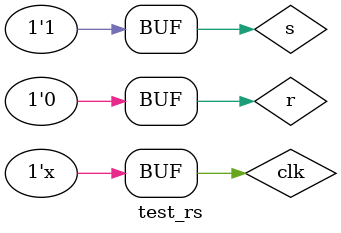
<source format=v>
`timescale 1ns / 1ps
module test_rs();       
reg clk,r,s;
wire q,qb; 

initial begin
    clk = 0;
	r = 0;
	s = 0;
	
	#50
	r = 0;
	s = 1;
	
	#50
	r = 1;
    s = 0;
    
	#50
	r = 1;
	s = 1;
	
	#50
	r = 0;
	s = 1;
end

always #10 clk = ~clk;

RS_Trigger  u1 (s, r, clk, q, qb);

endmodule
</source>
